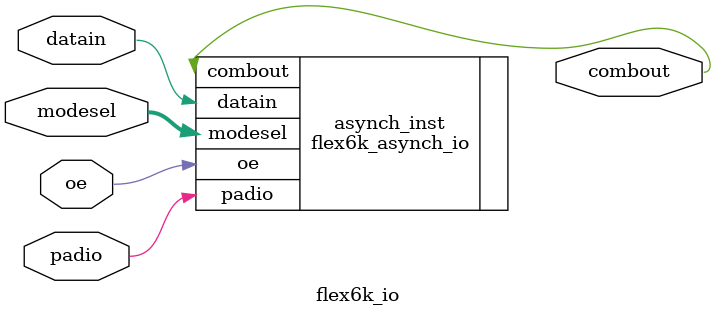
<source format=v>

module  flex6k_lcell (clk, dataa, datab, datac, datad, aclr,
                      sclr, sload, cin,
                      cascin, modesel, pathsel, 
                      combout, regout, cout, cascout) ;

input  clk, dataa, datab, datac, datad;
input  aclr, sclr, sload, cin, cascin;
input [6:0] modesel;
input [9:0] pathsel;
output cout, cascout, regout, combout ;
wire dffin, qfbk;

flex6k_asynch_lcell lecomb (.dataa(dataa), .datab(datab), .datac(datac), 
										.datad(datad), .cin(cin), .cascin(cascin),
                              .qfbkin(qfbk), .modesel(modesel), .pathsel(pathsel), .combout(combout),
										 .regin(dffin), .cout(cout), .cascout(cascout));

flex6k_lcell_register lereg (.clk(clk), .aclr(aclr), .sclr(sclr), 
										.sload(sload), .datain(dffin), .modesel(modesel),
										.datac(datac), 
										.regout(regout), .qfbko(qfbk));

endmodule


module  flex6k_io (datain, oe, 
				   modesel, padio, combout) ;

  inout     padio ;
  input     datain, oe;
  input     [4:0] modesel;
  output    combout;


flex6k_asynch_io asynch_inst (.datain(datain), .oe(oe), .padio(padio), 
										 .combout(combout), 
										 .modesel(modesel));


endmodule

</source>
